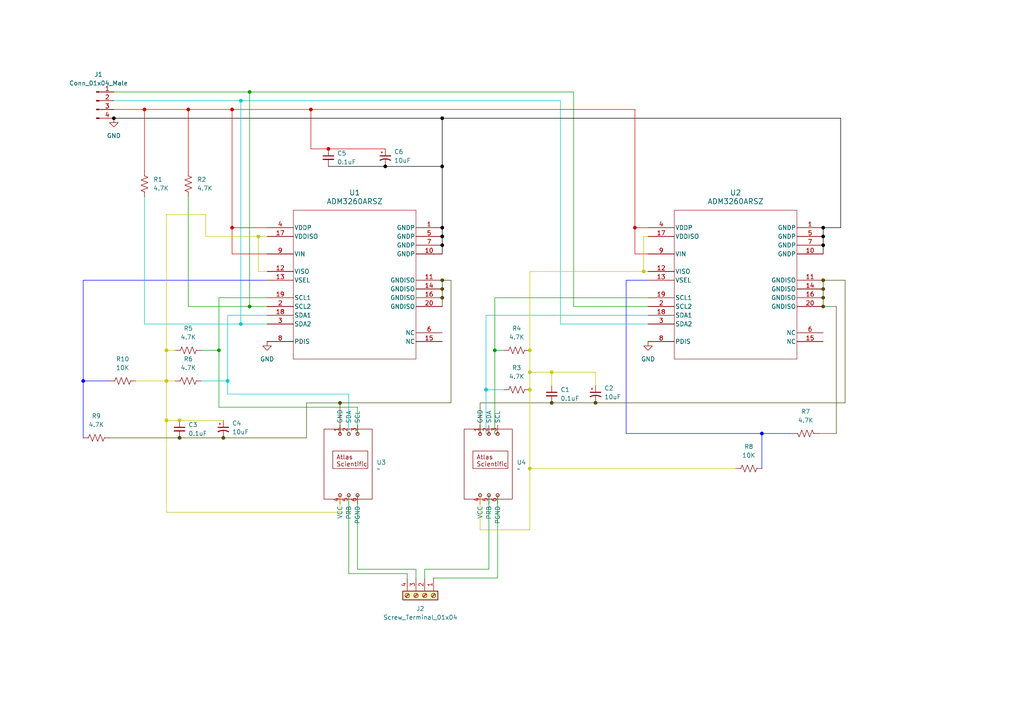
<source format=kicad_sch>
(kicad_sch (version 20231120) (generator "eeschema") (generator_version "8.0")
  (paper "A4")
  (lib_symbols
    (symbol "Connector:Conn_01x04_Male" (pin_names (offset 1.016) hide)
      (property "Reference" "J" (at 0 5.08 0))
      (property "Value" "Conn_01x04_Male" (at 0 -7.62 0))
      (symbol "Conn_01x04_Male_1_1"
        (polyline (pts (xy 1.27 -5.08) (xy 0.8636 -5.08)) (stroke (width 0.1524)))
        (polyline (pts (xy 1.27 -2.54) (xy 0.8636 -2.54)) (stroke (width 0.1524)))
        (polyline (pts (xy 1.27 0) (xy 0.8636 0)) (stroke (width 0.1524)))
        (polyline (pts (xy 1.27 2.54) (xy 0.8636 2.54)) (stroke (width 0.1524)))
        (rectangle (start 0.8636 -4.953) (end 0 -5.207) (stroke (width 0.1524)) (fill (type outline)))
        (rectangle (start 0.8636 -2.413) (end 0 -2.667) (stroke (width 0.1524)) (fill (type outline)))
        (rectangle (start 0.8636 0.127) (end 0 -0.127) (stroke (width 0.1524)) (fill (type outline)))
        (rectangle (start 0.8636 2.667) (end 0 2.413) (stroke (width 0.1524)) (fill (type outline)))
        (pin passive line (at 5.08 2.54 180) (length 3.81) (name "Pin_1") (number "1"))
        (pin passive line (at 5.08 0 180) (length 3.81) (name "Pin_2") (number "2"))
        (pin passive line (at 5.08 -2.54 180) (length 3.81) (name "Pin_3") (number "3"))
        (pin passive line (at 5.08 -5.08 180) (length 3.81) (name "Pin_4") (number "4"))
      )
    )
    (symbol "Connector:Screw_Terminal_01x04" (pin_names (offset 1.016) hide)
      (property "Reference" "J" (at 0 5.08 0))
      (property "Value" "Screw_Terminal_01x04" (at 0 -7.62 0))
      (symbol "Screw_Terminal_01x04_1_1"
        (rectangle (start -1.27 3.81) (end 1.27 -6.35) (stroke (width 0.254)) (fill (type background)))
        (circle (center 0 -5.08) (radius 0.635) (stroke (width 0.1524)))
        (circle (center 0 -2.54) (radius 0.635) (stroke (width 0.1524)))
        (polyline (pts (xy -0.5334 -4.7498) (xy 0.3302 -5.588)) (stroke (width 0.1524)))
        (polyline (pts (xy -0.5334 -2.2098) (xy 0.3302 -3.048)) (stroke (width 0.1524)))
        (polyline (pts (xy -0.5334 0.3302) (xy 0.3302 -0.508)) (stroke (width 0.1524)))
        (polyline (pts (xy -0.5334 2.8702) (xy 0.3302 2.032)) (stroke (width 0.1524)))
        (polyline (pts (xy -0.3556 -4.572) (xy 0.508 -5.4102)) (stroke (width 0.1524)))
        (polyline (pts (xy -0.3556 -2.032) (xy 0.508 -2.8702)) (stroke (width 0.1524)))
        (polyline (pts (xy -0.3556 0.508) (xy 0.508 -0.3302)) (stroke (width 0.1524)))
        (polyline (pts (xy -0.3556 3.048) (xy 0.508 2.2098)) (stroke (width 0.1524)))
        (circle (center 0 0) (radius 0.635) (stroke (width 0.1524)))
        (circle (center 0 2.54) (radius 0.635) (stroke (width 0.1524)))
        (pin passive line (at -5.08 2.54 0) (length 3.81) (name "Pin_1") (number "1"))
        (pin passive line (at -5.08 0 0) (length 3.81) (name "Pin_2") (number "2"))
        (pin passive line (at -5.08 -2.54 0) (length 3.81) (name "Pin_3") (number "3"))
        (pin passive line (at -5.08 -5.08 0) (length 3.81) (name "Pin_4") (number "4"))
      )
    )
    (symbol "Device:C_Polarized_Small_US" (pin_numbers hide) (pin_names (offset 0.254) hide)
      (property "Reference" "C" (at 0.254 1.778 0))
      (property "Value" "C_Polarized_Small_US" (at 0.254 -2.032 0))
      (symbol "C_Polarized_Small_US_0_1"
        (polyline (pts (xy -1.524 0.508) (xy 1.524 0.508)) (stroke (width 0.3048)))
        (polyline (pts (xy -1.27 1.524) (xy -0.762 1.524)))
        (polyline (pts (xy -1.016 1.27) (xy -1.016 1.778)))
        (arc (start 1.524 -0.762) (mid 0 -0.3734) (end -1.524 -0.762) (stroke (width 0.3048)))
      )
      (symbol "C_Polarized_Small_US_1_1"
        (pin passive line (at 0 2.54 270) (length 2.032) (name "~") (number "1"))
        (pin passive line (at 0 -2.54 90) (length 2.032) (name "~") (number "2"))
      )
    )
    (symbol "Device:C_Small" (pin_numbers hide) (pin_names (offset 0.254) hide)
      (property "Reference" "C" (at 0.254 1.778 0))
      (property "Value" "C_Small" (at 0.254 -2.032 0))
      (symbol "C_Small_0_1"
        (polyline (pts (xy -1.524 -0.508) (xy 1.524 -0.508)) (stroke (width 0.3302)))
        (polyline (pts (xy -1.524 0.508) (xy 1.524 0.508)) (stroke (width 0.3048)))
      )
      (symbol "C_Small_1_1"
        (pin passive line (at 0 2.54 270) (length 2.032) (name "~") (number "1"))
        (pin passive line (at 0 -2.54 90) (length 2.032) (name "~") (number "2"))
      )
    )
    (symbol "Device:R_US" (pin_numbers hide) (pin_names (offset 0))
      (property "Reference" "R" (at 2.54 0 90))
      (property "Value" "R_US" (at -2.54 0 90))
      (symbol "R_US_0_1"
        (polyline (pts (xy 0 -2.286) (xy 0 -2.54)))
        (polyline (pts (xy 0 2.286) (xy 0 2.54)))
        (polyline (pts (xy 0 -0.762) (xy 1.016 -1.143) (xy 0 -1.524) (xy -1.016 -1.905) (xy 0 -2.286)))
        (polyline (pts (xy 0 0.762) (xy 1.016 0.381) (xy 0 0) (xy -1.016 -0.381) (xy 0 -0.762)))
        (polyline (pts (xy 0 2.286) (xy 1.016 1.905) (xy 0 1.524) (xy -1.016 1.143) (xy 0 0.762)))
      )
      (symbol "R_US_1_1"
        (pin passive line (at 0 3.81 270) (length 1.27) (name "~") (number "1"))
        (pin passive line (at 0 -3.81 90) (length 1.27) (name "~") (number "2"))
      )
    )
    (symbol "atlas-scientific:ADM3260ARSZ" (pin_names (offset 0.254))
      (property "Reference" "U" (at 25.4 10.16 0))
      (property "Value" "ADM3260ARSZ" (at 25.4 7.62 0))
      (symbol "ADM3260ARSZ_0_1"
        (polyline (pts (xy 7.62 -38.1) (xy 43.18 -38.1)) (stroke (width 0.127)))
        (polyline (pts (xy 7.62 5.08) (xy 7.62 -38.1)) (stroke (width 0.127)))
        (polyline (pts (xy 43.18 -38.1) (xy 43.18 5.08)) (stroke (width 0.127)))
        (polyline (pts (xy 43.18 5.08) (xy 7.62 5.08)) (stroke (width 0.127)))
        (pin unspecified line (at 50.8 0 180) (length 7.62) (name "GNDP") (number "1"))
        (pin unspecified line (at 50.8 -7.62 180) (length 7.62) (name "GNDP") (number "10"))
        (pin unspecified line (at 50.8 -15.24 180) (length 7.62) (name "GNDISO") (number "11"))
        (pin unspecified line (at 0 -12.7 0) (length 7.62) (name "VISO") (number "12"))
        (pin unspecified line (at 0 -15.24 0) (length 7.62) (name "VSEL") (number "13"))
        (pin unspecified line (at 50.8 -17.78 180) (length 7.62) (name "GNDISO") (number "14"))
        (pin unspecified line (at 50.8 -33.02 180) (length 7.62) (name "NC") (number "15"))
        (pin unspecified line (at 50.8 -20.32 180) (length 7.62) (name "GNDISO") (number "16"))
        (pin unspecified line (at 0 -2.54 0) (length 7.62) (name "VDDISO") (number "17"))
        (pin unspecified line (at 0 -25.4 0) (length 7.62) (name "SDA1") (number "18"))
        (pin unspecified line (at 0 -20.32 0) (length 7.62) (name "SCL1") (number "19"))
        (pin unspecified line (at 0 -22.86 0) (length 7.62) (name "SCL2") (number "2"))
        (pin unspecified line (at 50.8 -22.86 180) (length 7.62) (name "GNDISO") (number "20"))
        (pin unspecified line (at 0 -27.94 0) (length 7.62) (name "SDA2") (number "3"))
        (pin unspecified line (at 0 0 0) (length 7.62) (name "VDDP") (number "4"))
        (pin unspecified line (at 50.8 -2.54 180) (length 7.62) (name "GNDP") (number "5"))
        (pin unspecified line (at 50.8 -30.48 180) (length 7.62) (name "NC") (number "6"))
        (pin unspecified line (at 50.8 -5.08 180) (length 7.62) (name "GNDP") (number "7"))
        (pin unspecified line (at 0 -33.02 0) (length 7.62) (name "PDIS") (number "8"))
        (pin unspecified line (at 0 -7.62 0) (length 7.62) (name "VIN") (number "9"))
      )
    )
    (symbol "atlas-scientific:EZO_Dissolved_Oxygen_Circuit_Atlas"
      (property "Reference" "U" (at 2.54 8.382 0))
      (symbol "EZO_Dissolved_Oxygen_Circuit_Atlas_0_1"
        (rectangle (start 0 20.32) (end 13.97 0))
      )
      (symbol "EZO_Dissolved_Oxygen_Circuit_Atlas_1_0"
        (circle (center 4.633 1.15) (radius 0.4495) (stroke (width 0.2)))
        (circle (center 4.633 18.9306) (radius 0.4495) (stroke (width 0.2)))
        (circle (center 7.173 1.1506) (radius 0.4495) (stroke (width 0.2)))
        (circle (center 7.173 18.9306) (radius 0.4495) (stroke (width 0.2)))
        (circle (center 9.713 1.1506) (radius 0.4495) (stroke (width 0.2)))
        (circle (center 9.713 18.9306) (radius 0.4495) (stroke (width 0.2)))
      )
      (symbol "EZO_Dissolved_Oxygen_Circuit_Atlas_1_1"
        (text_box "Atlas Scientific" (at 2.54 13.97 0) (size 10.16 -5.08) (effects (font (size 1.27 1.27)) (justify left top)))
        (pin input line (at 4.63 18.93 90) (length 2.54) (name "GND") (number "1"))
        (pin input line (at 7.17 18.93 90) (length 2.54) (name "SDA") (number "2"))
        (pin input line (at 9.71 18.93 90) (length 2.54) (name "SCL") (number "3"))
        (pin input line (at 4.63 1.15 270) (length 2.54) (name "VCC") (number "4"))
        (pin input line (at 7.17 1.15 270) (length 2.54) (name "PRB") (number "5"))
        (pin input line (at 9.71 1.15 270) (length 2.54) (name "PGND") (number "6"))
      )
    )
    (symbol "atlas-scientific:EZO_RTD_Temperature_Circuit_Atlas"
      (property "Reference" "U" (at 2.54 8.382 0))
      (symbol "EZO_RTD_Temperature_Circuit_Atlas_0_1"
        (rectangle (start 0 20.32) (end 13.97 0))
      )
      (symbol "EZO_RTD_Temperature_Circuit_Atlas_1_0"
        (circle (center 4.633 1.15) (radius 0.4495) (stroke (width 0.2)))
        (circle (center 4.633 18.9306) (radius 0.4495) (stroke (width 0.2)))
        (circle (center 7.173 1.1506) (radius 0.4495) (stroke (width 0.2)))
        (circle (center 7.173 18.9306) (radius 0.4495) (stroke (width 0.2)))
        (circle (center 9.713 1.1506) (radius 0.4495) (stroke (width 0.2)))
        (circle (center 9.713 18.9306) (radius 0.4495) (stroke (width 0.2)))
      )
      (symbol "EZO_RTD_Temperature_Circuit_Atlas_1_1"
        (text_box "Atlas Scientific" (at 2.54 13.97 0) (size 10.16 -5.08) (effects (font (size 1.27 1.27)) (justify left top)))
        (pin input line (at 4.63 18.93 90) (length 2.54) (name "GND") (number "1"))
        (pin input line (at 7.17 18.93 90) (length 2.54) (name "SDA") (number "2"))
        (pin input line (at 9.71 18.93 90) (length 2.54) (name "SCL") (number "3"))
        (pin input line (at 4.63 1.15 270) (length 2.54) (name "VCC") (number "4"))
        (pin input line (at 7.17 1.15 270) (length 2.54) (name "PRB") (number "5"))
        (pin input line (at 9.71 1.15 270) (length 2.54) (name "PGND") (number "6"))
      )
    )
    (symbol "power:GND" (power) (pin_names (offset 0))
      (property "Value" "GND" (at 0 -3.81 0))
      (symbol "GND_0_1"
        (polyline (pts (xy 0 0) (xy 0 -1.27) (xy 1.27 -1.27) (xy 0 -2.54) (xy -1.27 -1.27) (xy 0 -1.27)))
      )
      (symbol "GND_1_1"
        (pin power_in line (at 0 0 270) (length 0) hide (name "GND") (number "1"))
      )
    )
  )
  (junction (at 172.72 116.84) (color 72 72 0 1))
  (junction (at 184.15 66.04) (color 194 0 0 1))
  (junction (at 238.76 66.04) (color 0 0 0 1))
  (junction (at 90.17 31.75) (color 194 0 0 1))
  (junction (at 140.97 113.03) (color 0 194 194 1))
  (junction (at 128.27 34.29) (color 0 0 0 1))
  (junction (at 160.02 107.95) (color 194 194 0 1))
  (junction (at 74.93 68.58) (color 194 194 0 1))
  (junction (at 69.85 93.98) (color 0 194 194 1))
  (junction (at 111.76 48.26) (color 0 0 0 1))
  (junction (at 238.76 88.9) (color 72 72 0 1))
  (junction (at 48.26 101.6) (color 194 194 0 1))
  (junction (at 153.67 135.89) (color 194 194 0 1))
  (junction (at 220.98 125.73) (color 0 0 255 1))
  (junction (at 52.07 121.92) (color 194 194 0 1))
  (junction (at 153.67 107.95) (color 194 194 0 1))
  (junction (at 95.25 43.18) (color 194 0 0 1))
  (junction (at 66.04 110.49) (color 0 194 194 1))
  (junction (at 128.27 68.58) (color 0 0 0 1))
  (junction (at 153.67 113.03) (color 194 194 0 1))
  (junction (at 48.26 110.49) (color 194 194 0 1))
  (junction (at 143.51 101.6))
  (junction (at 128.27 81.28) (color 72 72 0 1))
  (junction (at 69.85 29.21) (color 0 194 194 1))
  (junction (at 238.76 86.36) (color 72 72 0 1))
  (junction (at 67.31 66.04) (color 194 0 0 1))
  (junction (at 153.67 101.6) (color 194 194 0 1))
  (junction (at 128.27 71.12) (color 0 0 0 1))
  (junction (at 48.26 121.92) (color 194 194 0 1))
  (junction (at 63.5 101.6))
  (junction (at 128.27 48.26) (color 0 0 0 1))
  (junction (at 238.76 81.28) (color 72 72 0 1))
  (junction (at 24.13 110.49) (color 0 0 255 1))
  (junction (at 128.27 83.82) (color 72 72 0 1))
  (junction (at 128.27 66.04) (color 0 0 0 1))
  (junction (at 33.02 34.29) (color 0 0 0 1))
  (junction (at 160.02 116.84) (color 72 72 0 1))
  (junction (at 64.77 127) (color 72 72 0 1))
  (junction (at 128.27 86.36) (color 72 72 0 1))
  (junction (at 67.31 31.75) (color 194 0 0 1))
  (junction (at 54.61 31.75) (color 194 0 0 1))
  (junction (at 238.76 83.82) (color 72 72 0 1))
  (junction (at 52.07 127) (color 72 72 0 1))
  (junction (at 238.76 71.12) (color 0 0 0 1))
  (junction (at 186.69 78.74) (color 194 194 0 1))
  (junction (at 41.91 31.75) (color 194 0 0 1))
  (junction (at 98.61 116.863) (color 72 72 0 1))
  (junction (at 72.39 26.67))
  (junction (at 72.39 88.9))
  (junction (at 238.76 68.58) (color 0 0 0 1))
  (wire (pts (xy 172.72 116.84) (xy 160.02 116.84)) (stroke (width 0) (color 72 72 0 1)))
  (wire (pts (xy 98.61 148.59) (xy 98.61 143.63)) (stroke (width 0) (color 194 194 0 1)))
  (wire (pts (xy 90.17 43.18) (xy 90.17 31.75)) (stroke (width 0) (color 194 0 0 1)))
  (wire (pts (xy 139.25 116.84) (xy 139.25 125.85)) (stroke (width 0) (color 72 72 0 1)))
  (wire (pts (xy 184.15 73.66) (xy 184.15 66.04)) (stroke (width 0) (color 194 0 0 1)))
  (wire (pts (xy 162.56 93.98) (xy 162.56 29.21)) (stroke (width 0) (color 0 194 194 1)))
  (wire (pts (xy 52.07 121.92) (xy 64.77 121.92)) (stroke (width 0) (color 194 194 0 1)))
  (wire (pts (xy 48.26 148.59) (xy 98.61 148.59)) (stroke (width 0) (color 194 194 0 1)))
  (wire (pts (xy 103.69 118.11) (xy 103.69 125.85)))
  (wire (pts (xy 162.56 29.21) (xy 69.85 29.21)) (stroke (width 0) (color 0 194 194 1)))
  (wire (pts (xy 48.26 121.92) (xy 52.07 121.92)) (stroke (width 0) (color 194 194 0 1)))
  (wire (pts (xy 67.31 73.66) (xy 67.31 66.04)) (stroke (width 0) (color 194 0 0 1)))
  (wire (pts (xy 39.37 110.49) (xy 48.26 110.49)) (stroke (width 0) (color 194 194 0 1)))
  (wire (pts (xy 33.02 29.21) (xy 69.85 29.21)) (stroke (width 0) (color 0 194 194 1)))
  (wire (pts (xy 243.84 34.29) (xy 243.84 66.04)) (stroke (width 0) (color 0 0 0 1)))
  (wire (pts (xy 118.11 167.64) (xy 118.11 166.37)))
  (wire (pts (xy 101.15 114.3) (xy 101.15 125.85)) (stroke (width 0) (color 0 194 194 1)))
  (wire (pts (xy 88.9 127) (xy 88.9 116.863)) (stroke (width 0) (color 72 72 0 1)))
  (wire (pts (xy 128.27 86.36) (xy 128.27 88.9)) (stroke (width 0) (color 72 72 0 1)))
  (wire (pts (xy 77.47 81.28) (xy 24.13 81.28)) (stroke (width 0) (color 0 0 255 1)))
  (wire (pts (xy 74.93 68.58) (xy 74.93 78.74)) (stroke (width 0) (color 194 194 0 1)))
  (wire (pts (xy 220.98 125.73) (xy 220.98 135.89)) (stroke (width 0) (color 0 0 255 1)))
  (wire (pts (xy 243.84 34.29) (xy 128.27 34.29)) (stroke (width 0) (color 0 0 0 1)))
  (wire (pts (xy 58.42 110.49) (xy 66.04 110.49)) (stroke (width 0) (color 0 194 194 1)))
  (wire (pts (xy 123.19 165.1) (xy 141.79 165.1)))
  (wire (pts (xy 128.27 81.28) (xy 130.81 81.28)) (stroke (width 0) (color 72 72 0 1)))
  (wire (pts (xy 74.93 68.58) (xy 77.47 68.58)) (stroke (width 0) (color 194 194 0 1)))
  (wire (pts (xy 181.61 81.28) (xy 181.61 125.73)) (stroke (width 0) (color 0 0 255 1)))
  (wire (pts (xy 54.61 57.15) (xy 54.61 88.9)))
  (wire (pts (xy 140.97 113.03) (xy 146.05 113.03)) (stroke (width 0) (color 0 194 194 1)))
  (wire (pts (xy 48.26 101.6) (xy 48.26 110.49)) (stroke (width 0) (color 194 194 0 1)))
  (wire (pts (xy 24.13 81.28) (xy 24.13 110.49)) (stroke (width 0) (color 0 0 255 1)))
  (wire (pts (xy 48.26 62.23) (xy 48.26 101.6)) (stroke (width 0) (color 194 194 0 1)))
  (wire (pts (xy 238.76 88.9) (xy 242.57 88.9)) (stroke (width 0) (color 72 72 0 1)))
  (wire (pts (xy 98.61 116.863) (xy 98.61 125.85)) (stroke (width 0) (color 72 72 0 1)))
  (wire (pts (xy 24.13 110.49) (xy 24.13 127)) (stroke (width 0) (color 0 0 255 1)))
  (wire (pts (xy 242.57 125.73) (xy 237.49 125.73)) (stroke (width 0) (color 72 72 0 1)))
  (wire (pts (xy 242.57 88.9) (xy 242.57 125.73)) (stroke (width 0) (color 72 72 0 1)))
  (wire (pts (xy 187.96 88.9) (xy 166.37 88.9)))
  (wire (pts (xy 153.67 78.74) (xy 153.67 101.6)) (stroke (width 0) (color 194 194 0 1)))
  (wire (pts (xy 67.31 66.04) (xy 77.47 66.04)) (stroke (width 0) (color 194 0 0 1)))
  (wire (pts (xy 41.91 31.75) (xy 54.61 31.75)) (stroke (width 0) (color 194 0 0 1)))
  (wire (pts (xy 95.25 48.26) (xy 111.76 48.26)) (stroke (width 0) (color 0 0 0 1)))
  (wire (pts (xy 238.76 66.04) (xy 243.84 66.04)) (stroke (width 0) (color 0 0 0 1)))
  (wire (pts (xy 24.13 110.49) (xy 31.75 110.49)) (stroke (width 0) (color 0 0 255 1)))
  (wire (pts (xy 33.02 34.29) (xy 128.27 34.29)) (stroke (width 0) (color 0 0 0 1)))
  (wire (pts (xy 143.51 86.36) (xy 187.96 86.36)))
  (wire (pts (xy 128.27 48.26) (xy 128.27 66.04)) (stroke (width 0) (color 0 0 0 1)))
  (wire (pts (xy 64.77 127) (xy 88.9 127)) (stroke (width 0) (color 72 72 0 1)))
  (wire (pts (xy 63.5 86.36) (xy 63.5 101.6)))
  (wire (pts (xy 48.26 110.49) (xy 50.8 110.49)) (stroke (width 0) (color 194 194 0 1)))
  (wire (pts (xy 143.51 125.85) (xy 144.33 125.85)))
  (wire (pts (xy 187.96 73.66) (xy 184.15 73.66)) (stroke (width 0) (color 194 0 0 1)))
  (wire (pts (xy 59.69 62.23) (xy 48.26 62.23)) (stroke (width 0) (color 194 194 0 1)))
  (wire (pts (xy 238.76 86.36) (xy 238.76 88.9)) (stroke (width 0) (color 72 72 0 1)))
  (wire (pts (xy 128.27 34.29) (xy 128.27 48.26)) (stroke (width 0) (color 0 0 0 1)))
  (wire (pts (xy 72.39 26.67) (xy 72.39 88.9)))
  (wire (pts (xy 128.27 71.12) (xy 128.27 73.66)) (stroke (width 0) (color 0 0 0 1)))
  (wire (pts (xy 54.61 31.75) (xy 67.31 31.75)) (stroke (width 0) (color 194 0 0 1)))
  (wire (pts (xy 41.91 93.98) (xy 69.85 93.98)) (stroke (width 0) (color 0 194 194 1)))
  (wire (pts (xy 77.47 86.36) (xy 63.5 86.36)))
  (wire (pts (xy 186.69 68.58) (xy 186.69 78.74)) (stroke (width 0) (color 194 194 0 1)))
  (wire (pts (xy 77.47 93.98) (xy 69.85 93.98)) (stroke (width 0) (color 0 194 194 1)))
  (wire (pts (xy 160.02 111.76) (xy 160.02 107.95)) (stroke (width 0) (color 194 194 0 1)))
  (wire (pts (xy 88.9 116.863) (xy 98.61 116.863)) (stroke (width 0) (color 72 72 0 1)))
  (wire (pts (xy 77.47 78.74) (xy 74.93 78.74)) (stroke (width 0) (color 194 194 0 1)))
  (wire (pts (xy 143.51 86.36) (xy 143.51 101.6)))
  (wire (pts (xy 166.37 88.9) (xy 166.37 26.67)))
  (wire (pts (xy 144.33 167.64) (xy 144.33 143.63)))
  (wire (pts (xy 128.27 68.58) (xy 128.27 71.12)) (stroke (width 0) (color 0 0 0 1)))
  (wire (pts (xy 120.65 165.1) (xy 103.69 165.1)))
  (wire (pts (xy 140.97 91.44) (xy 140.97 113.03)) (stroke (width 0) (color 0 194 194 1)))
  (wire (pts (xy 118.11 166.37) (xy 101.15 166.37)))
  (wire (pts (xy 130.81 116.84) (xy 98.61 116.84)) (stroke (width 0) (color 72 72 0 1)))
  (wire (pts (xy 140.97 113.03) (xy 140.97 125.85)) (stroke (width 0) (color 0 194 194 1)))
  (wire (pts (xy 69.85 29.21) (xy 69.85 93.98)) (stroke (width 0) (color 0 194 194 1)))
  (wire (pts (xy 48.26 110.49) (xy 48.26 121.92)) (stroke (width 0) (color 194 194 0 1)))
  (wire (pts (xy 160.02 107.95) (xy 153.67 107.95)) (stroke (width 0) (color 194 194 0 1)))
  (wire (pts (xy 172.72 107.95) (xy 160.02 107.95)) (stroke (width 0) (color 194 194 0 1)))
  (wire (pts (xy 31.75 127) (xy 52.07 127)) (stroke (width 0) (color 72 72 0 1)))
  (wire (pts (xy 125.73 167.64) (xy 144.33 167.64)))
  (wire (pts (xy 245.11 116.84) (xy 172.72 116.84)) (stroke (width 0) (color 72 72 0 1)))
  (wire (pts (xy 130.81 81.28) (xy 130.81 116.84)) (stroke (width 0) (color 72 72 0 1)))
  (wire (pts (xy 103.69 165.1) (xy 103.69 143.63)))
  (wire (pts (xy 58.42 101.6) (xy 63.5 101.6)))
  (wire (pts (xy 238.76 66.04) (xy 238.76 68.58)) (stroke (width 0) (color 0 0 0 1)))
  (wire (pts (xy 187.96 93.98) (xy 162.56 93.98)) (stroke (width 0) (color 0 194 194 1)))
  (wire (pts (xy 128.27 66.04) (xy 128.27 68.58)) (stroke (width 0) (color 0 0 0 1)))
  (wire (pts (xy 63.5 118.11) (xy 103.69 118.11)))
  (wire (pts (xy 238.76 68.58) (xy 238.76 71.12)) (stroke (width 0) (color 0 0 0 1)))
  (wire (pts (xy 166.37 26.67) (xy 72.39 26.67)))
  (wire (pts (xy 120.65 167.64) (xy 120.65 165.1)))
  (wire (pts (xy 48.26 101.6) (xy 50.8 101.6)) (stroke (width 0) (color 194 194 0 1)))
  (wire (pts (xy 153.67 153.67) (xy 139.25 153.67)) (stroke (width 0) (color 194 194 0 1)))
  (wire (pts (xy 187.96 68.58) (xy 186.69 68.58)) (stroke (width 0) (color 194 194 0 1)))
  (wire (pts (xy 128.27 83.82) (xy 128.27 86.36)) (stroke (width 0) (color 72 72 0 1)))
  (wire (pts (xy 67.31 31.75) (xy 67.31 66.04)) (stroke (width 0) (color 194 0 0 1)))
  (wire (pts (xy 153.67 135.89) (xy 213.36 135.89)) (stroke (width 0) (color 194 194 0 1)))
  (wire (pts (xy 128.27 81.28) (xy 128.27 83.82)) (stroke (width 0) (color 72 72 0 1)))
  (wire (pts (xy 66.04 91.44) (xy 66.04 110.49)) (stroke (width 0) (color 0 194 194 1)))
  (wire (pts (xy 72.39 88.9) (xy 77.47 88.9)))
  (wire (pts (xy 238.76 71.12) (xy 238.76 73.66)) (stroke (width 0) (color 0 0 0 1)))
  (wire (pts (xy 186.69 78.74) (xy 153.67 78.74)) (stroke (width 0) (color 194 194 0 1)))
  (wire (pts (xy 160.02 116.84) (xy 139.25 116.84)) (stroke (width 0) (color 72 72 0 1)))
  (wire (pts (xy 54.61 88.9) (xy 72.39 88.9)))
  (wire (pts (xy 153.67 113.03) (xy 153.67 135.89)) (stroke (width 0) (color 194 194 0 1)))
  (wire (pts (xy 172.72 111.76) (xy 172.72 107.95)) (stroke (width 0) (color 194 194 0 1)))
  (wire (pts (xy 187.96 81.28) (xy 181.61 81.28)) (stroke (width 0) (color 0 0 255 1)))
  (wire (pts (xy 238.76 83.82) (xy 238.76 86.36)) (stroke (width 0) (color 72 72 0 1)))
  (wire (pts (xy 187.96 91.44) (xy 140.97 91.44)) (stroke (width 0) (color 0 194 194 1)))
  (wire (pts (xy 220.98 125.73) (xy 229.87 125.73)) (stroke (width 0) (color 0 0 255 1)))
  (wire (pts (xy 63.5 101.6) (xy 63.5 118.11)))
  (wire (pts (xy 66.04 114.3) (xy 101.15 114.3)) (stroke (width 0) (color 0 194 194 1)))
  (wire (pts (xy 111.76 43.18) (xy 95.25 43.18)) (stroke (width 0) (color 194 0 0 1)))
  (wire (pts (xy 181.61 125.73) (xy 220.98 125.73)) (stroke (width 0) (color 0 0 255 1)))
  (wire (pts (xy 59.69 62.23) (xy 59.69 68.58)) (stroke (width 0) (color 194 194 0 1)))
  (wire (pts (xy 141.79 165.1) (xy 141.79 143.63)))
  (wire (pts (xy 90.17 31.75) (xy 184.15 31.75)) (stroke (width 0) (color 194 0 0 1)))
  (wire (pts (xy 238.76 81.28) (xy 245.11 81.28)) (stroke (width 0) (color 72 72 0 1)))
  (wire (pts (xy 238.76 81.28) (xy 238.76 83.82)) (stroke (width 0) (color 72 72 0 1)))
  (wire (pts (xy 41.91 57.15) (xy 41.91 93.98)) (stroke (width 0) (color 0 194 194 1)))
  (wire (pts (xy 143.51 101.6) (xy 146.05 101.6)))
  (wire (pts (xy 143.51 101.6) (xy 143.51 125.85)))
  (wire (pts (xy 140.97 125.85) (xy 141.79 125.85)))
  (wire (pts (xy 77.47 91.44) (xy 66.04 91.44)) (stroke (width 0) (color 0 194 194 1)))
  (wire (pts (xy 66.04 110.49) (xy 66.04 114.3)) (stroke (width 0) (color 0 194 194 1)))
  (wire (pts (xy 101.15 166.37) (xy 101.15 143.63)))
  (wire (pts (xy 33.02 26.67) (xy 72.39 26.67)))
  (wire (pts (xy 33.02 31.75) (xy 41.91 31.75)) (stroke (width 0) (color 194 0 0 1)))
  (wire (pts (xy 123.19 167.64) (xy 123.19 165.1)))
  (wire (pts (xy 54.61 31.75) (xy 54.61 49.53)) (stroke (width 0) (color 194 0 0 1)))
  (wire (pts (xy 98.61 116.84) (xy 98.61 116.863)) (stroke (width 0) (color 72 72 0 1)))
  (wire (pts (xy 187.96 78.74) (xy 186.69 78.74)) (stroke (width 0) (color 194 194 0 1)))
  (wire (pts (xy 59.69 68.58) (xy 74.93 68.58)) (stroke (width 0) (color 194 194 0 1)))
  (wire (pts (xy 139.25 153.67) (xy 139.25 143.63)) (stroke (width 0) (color 194 194 0 1)))
  (wire (pts (xy 52.07 127) (xy 64.77 127)) (stroke (width 0) (color 72 72 0 1)))
  (wire (pts (xy 111.76 48.26) (xy 128.27 48.26)) (stroke (width 0) (color 0 0 0 1)))
  (wire (pts (xy 41.91 31.75) (xy 41.91 49.53)) (stroke (width 0) (color 194 0 0 1)))
  (wire (pts (xy 184.15 31.75) (xy 184.15 66.04)) (stroke (width 0) (color 194 0 0 1)))
  (wire (pts (xy 67.31 31.75) (xy 90.17 31.75)) (stroke (width 0) (color 194 0 0 1)))
  (wire (pts (xy 48.26 121.92) (xy 48.26 148.59)) (stroke (width 0) (color 194 194 0 1)))
  (wire (pts (xy 187.96 66.04) (xy 184.15 66.04)) (stroke (width 0) (color 194 0 0 1)))
  (wire (pts (xy 95.25 43.18) (xy 90.17 43.18)) (stroke (width 0) (color 194 0 0 1)))
  (wire (pts (xy 77.47 73.66) (xy 67.31 73.66)) (stroke (width 0) (color 194 0 0 1)))
  (wire (pts (xy 153.67 135.89) (xy 153.67 153.67)) (stroke (width 0) (color 194 194 0 1)))
  (wire (pts (xy 153.67 101.6) (xy 153.67 107.95)) (stroke (width 0) (color 194 194 0 1)))
  (wire (pts (xy 153.67 107.95) (xy 153.67 113.03)) (stroke (width 0) (color 194 194 0 1)))
  (wire (pts (xy 245.11 81.28) (xy 245.11 116.84)) (stroke (width 0) (color 72 72 0 1)))
  (symbol (lib_id "Device:R_US") (at 54.61 53.34 0) (unit 1)
    (property "Reference" "R2" (at 57.15 52.0699 0) (effects (justify left)))
    (property "Value" "4.7K" (at 57.15 54.6099 0) (effects (justify left)))
    (property "Footprint" "Resistor_THT:R_Axial_DIN0207_L6.3mm_D2.5mm_P10.16mm_Horizontal" (effects (hide yes)))
    (property "Description" "Resistor, US symbol" (effects (hide yes)))
  )
  (symbol (lib_id "power:GND") (at 33.02 34.29 0) (unit 1)
    (property "Reference" "#PWR02" (effects (hide yes)))
    (property "Value" "GND" (at 33.02 39.37 0))
    (property "Description" "Power symbol creates a global label with name \"GND\" , ground" (effects (hide yes)))
  )
  (symbol (lib_id "atlas-scientific:EZO_Dissolved_Oxygen_Circuit_Atlas") (at 93.98 144.78 0) (unit 1)
    (property "Reference" "U3" (at 109.22 134.1049 0) (effects (justify left)))
    (property "Value" "~" (at 109.22 136.01 0) (effects (justify left)))
    (property "Footprint" "Atlas-Scientific:Atlas Scientific Dissolved Oxygen" (effects (hide yes)))
  )
  (symbol (lib_id "Device:C_Small") (at 160.02 114.3 0) (unit 1)
    (property "Reference" "C1" (at 162.56 113.0362 0) (effects (justify left)))
    (property "Value" "0.1uF" (at 162.56 115.5762 0) (effects (justify left)))
    (property "Footprint" "Capacitor_SMD:C_1812_4532Metric_Pad1.57x3.40mm_HandSolder" (effects (hide yes)))
    (property "Description" "Unpolarized capacitor, small symbol" (effects (hide yes)))
  )
  (symbol (lib_id "Device:R_US") (at 233.68 125.73 270) (mirror x) (unit 1)
    (property "Reference" "R7" (at 233.68 119.38 90))
    (property "Value" "4.7K" (at 233.68 121.92 90))
    (property "Footprint" "Resistor_THT:R_Axial_DIN0207_L6.3mm_D2.5mm_P10.16mm_Horizontal" (effects (hide yes)))
    (property "Description" "Resistor, US symbol" (effects (hide yes)))
    (property "Widerstand" "4.7K" (effects (hide yes)))
  )
  (symbol (lib_id "Device:C_Polarized_Small_US") (at 111.76 45.72 0) (unit 1)
    (property "Reference" "C6" (at 114.3 44.0181 0) (effects (justify left)))
    (property "Value" "10uF" (at 114.3 46.5581 0) (effects (justify left)))
    (property "Footprint" "Capacitor_SMD:C_1812_4532Metric_Pad1.57x3.40mm_HandSolder" (effects (hide yes)))
    (property "Description" "Polarized capacitor, small US symbol" (effects (hide yes)))
  )
  (symbol (lib_id "power:GND") (at 77.47 99.06 0) (unit 1)
    (property "Reference" "#PWR01" (effects (hide yes)))
    (property "Value" "GND" (at 77.47 104.14 0))
    (property "Description" "Power symbol creates a global label with name \"GND\" , ground" (effects (hide yes)))
  )
  (symbol (lib_id "Device:R_US") (at 54.61 101.6 90) (unit 1)
    (property "Reference" "R5" (at 54.61 95.25 90))
    (property "Value" "4.7K" (at 54.61 97.79 90))
    (property "Footprint" "Resistor_THT:R_Axial_DIN0207_L6.3mm_D2.5mm_P10.16mm_Horizontal" (effects (hide yes)))
    (property "Description" "Resistor, US symbol" (effects (hide yes)))
  )
  (symbol (lib_id "Device:R_US") (at 35.56 110.49 90) (unit 1)
    (property "Reference" "R10" (at 35.56 104.14 90))
    (property "Value" "10K" (at 35.56 106.68 90))
    (property "Footprint" "Resistor_THT:R_Axial_DIN0207_L6.3mm_D2.5mm_P10.16mm_Horizontal" (effects (hide yes)))
    (property "Description" "Resistor, US symbol" (effects (hide yes)))
    (property "Widerstand" "10K" (effects (hide yes)))
  )
  (symbol (lib_id "atlas-scientific:ADM3260ARSZ") (at 187.96 66.04 0) (unit 1)
    (property "Reference" "U2" (at 213.36 55.88 0) (effects (font (size 1.524 1.524))))
    (property "Value" "ADM3260ARSZ" (at 213.36 58.42 0) (effects (font (size 1.524 1.524))))
    (property "Footprint" "RS_20_ADI" (effects (hide yes)))
    (property "Datasheet" "ADM3260ARSZ" (effects (hide yes)))
  )
  (symbol (lib_id "Device:R_US") (at 27.94 127 90) (unit 1)
    (property "Reference" "R9" (at 27.94 120.65 90))
    (property "Value" "4.7K" (at 27.94 123.19 90))
    (property "Footprint" "Resistor_THT:R_Axial_DIN0207_L6.3mm_D2.5mm_P10.16mm_Horizontal" (effects (hide yes)))
    (property "Description" "Resistor, US symbol" (effects (hide yes)))
    (property "Widerstand" "4.7" (effects (hide yes)))
  )
  (symbol (lib_id "Device:R_US") (at 149.86 101.6 90) (unit 1)
    (property "Reference" "R4" (at 149.86 95.25 90))
    (property "Value" "4.7K" (at 149.86 97.79 90))
    (property "Footprint" "Resistor_THT:R_Axial_DIN0207_L6.3mm_D2.5mm_P10.16mm_Horizontal" (effects (hide yes)))
    (property "Description" "Resistor, US symbol" (effects (hide yes)))
  )
  (symbol (lib_id "Connector:Screw_Terminal_01x04") (at 123.19 172.72 270) (unit 1)
    (property "Reference" "J2" (at 121.92 176.53 90))
    (property "Value" "Screw_Terminal_01x04" (at 121.92 179.07 90))
    (property "Footprint" "TerminalBlock_Phoenix:TerminalBlock_Phoenix_MPT-0,5-4-2.54_1x04_P2.54mm_Horizontal" (effects (hide yes)))
    (property "Description" "Generic screw terminal, single row, 01x04, script generated (kicad-library-utils/schlib/autogen/connector/)" (effects (hide yes)))
  )
  (symbol (lib_id "atlas-scientific:EZO_RTD_Temperature_Circuit_Atlas") (at 134.62 144.78 0) (unit 1)
    (property "Reference" "U4" (at 149.86 134.1049 0) (effects (justify left)))
    (property "Value" "~" (at 149.86 136.01 0) (effects (justify left)))
    (property "Footprint" "Atlas-Scientific:Atlas Scientific RTD Temperature Circuit" (effects (hide yes)))
  )
  (symbol (lib_id "Device:C_Polarized_Small_US") (at 64.77 124.46 0) (unit 1)
    (property "Reference" "C4" (at 67.31 122.7581 0) (effects (justify left)))
    (property "Value" "10uF" (at 67.31 125.2981 0) (effects (justify left)))
    (property "Footprint" "Capacitor_SMD:C_1812_4532Metric_Pad1.57x3.40mm_HandSolder" (effects (hide yes)))
    (property "Description" "Polarized capacitor, small US symbol" (effects (hide yes)))
  )
  (symbol (lib_id "Device:C_Polarized_Small_US") (at 172.72 114.3 0) (unit 1)
    (property "Reference" "C2" (at 175.26 112.5981 0) (effects (justify left)))
    (property "Value" "10uF" (at 175.26 115.1381 0) (effects (justify left)))
    (property "Footprint" "Capacitor_SMD:C_1812_4532Metric_Pad1.57x3.40mm_HandSolder" (effects (hide yes)))
    (property "Description" "Polarized capacitor, small US symbol" (effects (hide yes)))
  )
  (symbol (lib_id "Device:C_Small") (at 52.07 124.46 0) (unit 1)
    (property "Reference" "C3" (at 54.61 123.1962 0) (effects (justify left)))
    (property "Value" "0.1uF" (at 54.61 125.7362 0) (effects (justify left)))
    (property "Footprint" "Capacitor_SMD:C_1812_4532Metric_Pad1.57x3.40mm_HandSolder" (effects (hide yes)))
    (property "Description" "Unpolarized capacitor, small symbol" (effects (hide yes)))
  )
  (symbol (lib_id "Device:C_Small") (at 95.25 45.72 0) (unit 1)
    (property "Reference" "C5" (at 97.79 44.4562 0) (effects (justify left)))
    (property "Value" "0.1uF" (at 97.79 46.9962 0) (effects (justify left)))
    (property "Footprint" "Capacitor_SMD:C_1812_4532Metric_Pad1.57x3.40mm_HandSolder" (effects (hide yes)))
    (property "Description" "Unpolarized capacitor, small symbol" (effects (hide yes)))
  )
  (symbol (lib_id "power:GND") (at 187.96 99.06 0) (unit 1)
    (property "Reference" "#PWR03" (effects (hide yes)))
    (property "Value" "GND" (at 187.96 104.14 0))
    (property "Description" "Power symbol creates a global label with name \"GND\" , ground" (effects (hide yes)))
  )
  (symbol (lib_id "Connector:Conn_01x04_Male") (at 27.94 29.21 0) (unit 1)
    (property "Reference" "J1" (at 28.575 21.59 0))
    (property "Value" "Conn_01x04_Male" (at 28.575 24.13 0))
    (property "Footprint" "Connector_JST:JST_XH_S4B-XH-A-1_1x04_P2.50mm_Horizontal" (effects (hide yes)))
    (property "Description" "Generic connector, single row, 01x04, script generated (kicad-library-utils/schlib/autogen/connector/)" (effects (hide yes)))
  )
  (symbol (lib_id "Device:R_US") (at 149.86 113.03 90) (unit 1)
    (property "Reference" "R3" (at 149.86 106.68 90))
    (property "Value" "4.7K" (at 149.86 109.22 90))
    (property "Footprint" "Resistor_THT:R_Axial_DIN0207_L6.3mm_D2.5mm_P10.16mm_Horizontal" (effects (hide yes)))
    (property "Description" "Resistor, US symbol" (effects (hide yes)))
  )
  (symbol (lib_id "Device:R_US") (at 41.91 53.34 0) (unit 1)
    (property "Reference" "R1" (at 44.45 52.0699 0) (effects (justify left)))
    (property "Value" "4.7K" (at 44.45 54.6099 0) (effects (justify left)))
    (property "Footprint" "Resistor_THT:R_Axial_DIN0207_L6.3mm_D2.5mm_P10.16mm_Horizontal" (effects (hide yes)))
    (property "Description" "Resistor, US symbol" (effects (hide yes)))
  )
  (symbol (lib_id "atlas-scientific:ADM3260ARSZ") (at 77.47 66.04 0) (unit 1)
    (property "Reference" "U1" (at 102.87 55.88 0) (effects (font (size 1.524 1.524))))
    (property "Value" "ADM3260ARSZ" (at 102.87 58.42 0) (effects (font (size 1.524 1.524))))
    (property "Footprint" "RS_20_ADI" (effects (hide yes)))
    (property "Datasheet" "ADM3260ARSZ" (effects (hide yes)))
  )
  (symbol (lib_id "Device:R_US") (at 217.17 135.89 90) (unit 1)
    (property "Reference" "R8" (at 217.17 129.54 90))
    (property "Value" "10K" (at 217.17 132.08 90))
    (property "Footprint" "Resistor_THT:R_Axial_DIN0207_L6.3mm_D2.5mm_P10.16mm_Horizontal" (effects (hide yes)))
    (property "Description" "Resistor, US symbol" (effects (hide yes)))
    (property "Widerstand" "10K" (effects (hide yes)))
  )
  (symbol (lib_id "Device:R_US") (at 54.61 110.49 90) (unit 1)
    (property "Reference" "R6" (at 54.61 104.14 90))
    (property "Value" "4.7K" (at 54.61 106.68 90))
    (property "Footprint" "Resistor_THT:R_Axial_DIN0207_L6.3mm_D2.5mm_P10.16mm_Horizontal" (effects (hide yes)))
    (property "Description" "Resistor, US symbol" (effects (hide yes)))
  )
)
</source>
